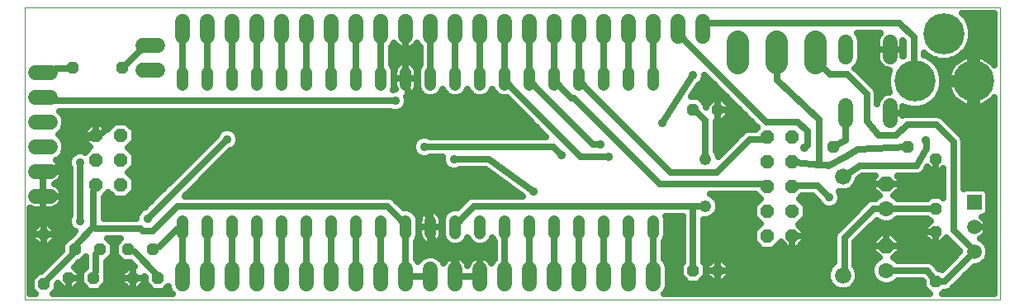
<source format=gtl>
G75*
G70*
%OFA0B0*%
%FSLAX24Y24*%
%IPPOS*%
%LPD*%
%AMOC8*
5,1,8,0,0,1.08239X$1,22.5*
%
%ADD10C,0.0000*%
%ADD11C,0.0480*%
%ADD12OC8,0.0480*%
%ADD13OC8,0.0540*%
%ADD14C,0.0600*%
%ADD15C,0.0480*%
%ADD16C,0.0660*%
%ADD17R,0.0591X0.0591*%
%ADD18C,0.0591*%
%ADD19OC8,0.0630*%
%ADD20C,0.0630*%
%ADD21C,0.0886*%
%ADD22C,0.1660*%
%ADD23C,0.0250*%
%ADD24C,0.0360*%
D10*
X001131Y001300D02*
X001131Y013111D01*
X040501Y013111D01*
X040501Y001300D01*
X001131Y001300D01*
D11*
X007525Y003985D02*
X007525Y004465D01*
X008525Y004465D02*
X008525Y003985D01*
X009525Y003985D02*
X009525Y004465D01*
X010525Y004465D02*
X010525Y003985D01*
X011525Y003985D02*
X011525Y004465D01*
X012525Y004465D02*
X012525Y003985D01*
X013525Y003985D02*
X013525Y004465D01*
X014525Y004465D02*
X014525Y003985D01*
X015525Y003985D02*
X015525Y004465D01*
X016525Y004465D02*
X016525Y003985D01*
X017525Y003985D02*
X017525Y004465D01*
X018525Y004465D02*
X018525Y003985D01*
X019525Y003985D02*
X019525Y004465D01*
X020525Y004465D02*
X020525Y003985D01*
X021525Y003985D02*
X021525Y004465D01*
X022525Y004465D02*
X022525Y003985D01*
X023525Y003985D02*
X023525Y004465D01*
X024525Y004465D02*
X024525Y003985D01*
X025525Y003985D02*
X025525Y004465D01*
X026525Y004465D02*
X026525Y003985D01*
X026525Y009985D02*
X026525Y010465D01*
X025525Y010465D02*
X025525Y009985D01*
X024525Y009985D02*
X024525Y010465D01*
X023525Y010465D02*
X023525Y009985D01*
X022525Y009985D02*
X022525Y010465D01*
X021525Y010465D02*
X021525Y009985D01*
X020525Y009985D02*
X020525Y010465D01*
X019525Y010465D02*
X019525Y009985D01*
X018525Y009985D02*
X018525Y010465D01*
X017525Y010465D02*
X017525Y009985D01*
X016525Y009985D02*
X016525Y010465D01*
X015525Y010465D02*
X015525Y009985D01*
X014525Y009985D02*
X014525Y010465D01*
X013525Y010465D02*
X013525Y009985D01*
X012525Y009985D02*
X012525Y010465D01*
X011525Y010465D02*
X011525Y009985D01*
X010525Y009985D02*
X010525Y010465D01*
X009525Y010465D02*
X009525Y009985D01*
X008525Y009985D02*
X008525Y010465D01*
X007525Y010465D02*
X007525Y009985D01*
D12*
X005075Y010675D03*
X003075Y010675D03*
X001925Y003925D03*
X003175Y003325D03*
X004175Y003325D03*
X005325Y003325D03*
X006325Y003325D03*
X006525Y002175D03*
X005525Y002175D03*
X003925Y002175D03*
X002925Y002175D03*
X001925Y001925D03*
X028125Y002475D03*
X029125Y002475D03*
X037925Y002025D03*
X037925Y004025D03*
X037925Y004975D03*
X037925Y006975D03*
X036775Y007475D03*
X033775Y007475D03*
X029125Y008975D03*
X028125Y008975D03*
D13*
X031125Y007875D03*
X032125Y007875D03*
X032125Y006875D03*
X031125Y006875D03*
X031125Y005875D03*
X032125Y005875D03*
X032125Y004875D03*
X031125Y004875D03*
X031125Y003875D03*
X032125Y003875D03*
X005025Y005925D03*
X004025Y005925D03*
X004025Y006925D03*
X005025Y006925D03*
X005025Y007925D03*
X004025Y007925D03*
D14*
X002175Y007475D02*
X001575Y007475D01*
X001575Y006475D02*
X002175Y006475D01*
X002175Y005475D02*
X001575Y005475D01*
X001575Y008475D02*
X002175Y008475D01*
X002175Y009475D02*
X001575Y009475D01*
X001575Y010475D02*
X002175Y010475D01*
X005925Y010575D02*
X006525Y010575D01*
X006525Y011575D02*
X005925Y011575D01*
X007525Y011925D02*
X007525Y012525D01*
X008525Y012525D02*
X008525Y011925D01*
X009525Y011925D02*
X009525Y012525D01*
X010525Y012525D02*
X010525Y011925D01*
X011525Y011925D02*
X011525Y012525D01*
X012525Y012525D02*
X012525Y011925D01*
X013525Y011925D02*
X013525Y012525D01*
X014525Y012525D02*
X014525Y011925D01*
X015525Y011925D02*
X015525Y012525D01*
X016525Y012525D02*
X016525Y011925D01*
X017525Y011925D02*
X017525Y012525D01*
X018525Y012525D02*
X018525Y011925D01*
X019525Y011925D02*
X019525Y012525D01*
X020525Y012525D02*
X020525Y011925D01*
X021525Y011925D02*
X021525Y012525D01*
X022525Y012525D02*
X022525Y011925D01*
X023525Y011925D02*
X023525Y012525D01*
X024525Y012525D02*
X024525Y011925D01*
X025525Y011925D02*
X025525Y012525D01*
X026525Y012525D02*
X026525Y011925D01*
X027525Y011925D02*
X027525Y012525D01*
X028525Y012525D02*
X028525Y011925D01*
X034285Y011705D02*
X034285Y011105D01*
X036065Y011105D02*
X036065Y011705D01*
X036065Y009145D02*
X036065Y008545D01*
X034285Y008545D02*
X034285Y009145D01*
X026525Y002525D02*
X026525Y001925D01*
X025525Y001925D02*
X025525Y002525D01*
X024525Y002525D02*
X024525Y001925D01*
X023525Y001925D02*
X023525Y002525D01*
X022525Y002525D02*
X022525Y001925D01*
X021525Y001925D02*
X021525Y002525D01*
X020525Y002525D02*
X020525Y001925D01*
X019525Y001925D02*
X019525Y002525D01*
X018525Y002525D02*
X018525Y001925D01*
X017525Y001925D02*
X017525Y002525D01*
X016525Y002525D02*
X016525Y001925D01*
X015525Y001925D02*
X015525Y002525D01*
X014525Y002525D02*
X014525Y001925D01*
X013525Y001925D02*
X013525Y002525D01*
X012525Y002525D02*
X012525Y001925D01*
X011525Y001925D02*
X011525Y002525D01*
X010525Y002525D02*
X010525Y001925D01*
X009525Y001925D02*
X009525Y002525D01*
X008525Y002525D02*
X008525Y001925D01*
X007525Y001925D02*
X007525Y002525D01*
D15*
X028625Y005075D03*
X028625Y006975D03*
D16*
X034175Y006275D03*
X034175Y002275D03*
D17*
X039475Y005225D03*
D18*
X039475Y004225D03*
X039475Y003225D03*
D19*
X035925Y003475D03*
X035925Y005975D03*
D20*
X035925Y004975D03*
X035925Y002475D03*
D21*
X033052Y010856D02*
X033052Y011742D01*
X031481Y011746D02*
X031481Y010860D01*
X029910Y010860D02*
X029910Y011746D01*
D22*
X037081Y010125D03*
X039444Y010125D03*
X038243Y012054D03*
D23*
X039312Y011737D02*
X040276Y011737D01*
X040276Y011985D02*
X039358Y011985D01*
X039358Y011907D02*
X039358Y012201D01*
X039282Y012484D01*
X039135Y012739D01*
X038988Y012886D01*
X040276Y012886D01*
X040276Y010773D01*
X040231Y010829D01*
X040148Y010913D01*
X040055Y010987D01*
X039955Y011050D01*
X039848Y011101D01*
X039736Y011140D01*
X039620Y011167D01*
X039569Y011173D01*
X039569Y010250D01*
X039319Y010250D01*
X039319Y011173D01*
X039267Y011167D01*
X039151Y011140D01*
X039039Y011101D01*
X038932Y011050D01*
X038832Y010987D01*
X038739Y010913D01*
X038656Y010829D01*
X038582Y010736D01*
X038519Y010636D01*
X038467Y010529D01*
X038428Y010418D01*
X038402Y010302D01*
X038396Y010250D01*
X039318Y010250D01*
X039318Y010000D01*
X038396Y010000D01*
X038402Y009948D01*
X038428Y009832D01*
X038467Y009721D01*
X038519Y009614D01*
X038582Y009514D01*
X038656Y009421D01*
X038739Y009337D01*
X038832Y009263D01*
X038932Y009200D01*
X039039Y009149D01*
X039151Y009110D01*
X039267Y009083D01*
X039319Y009077D01*
X039319Y010000D01*
X039569Y010000D01*
X039569Y009077D01*
X039620Y009083D01*
X039736Y009110D01*
X039848Y009149D01*
X039955Y009200D01*
X040055Y009263D01*
X040148Y009337D01*
X040231Y009421D01*
X040276Y009477D01*
X040276Y001525D01*
X038167Y001525D01*
X038257Y001615D01*
X038357Y001615D01*
X038507Y001677D01*
X039475Y002645D01*
X039590Y002645D01*
X039804Y002733D01*
X039967Y002896D01*
X040055Y003110D01*
X040055Y003340D01*
X039967Y003554D01*
X039804Y003717D01*
X039705Y003758D01*
X039748Y003780D01*
X039814Y003828D01*
X039872Y003886D01*
X039920Y003952D01*
X039957Y004025D01*
X039982Y004103D01*
X039995Y004184D01*
X039995Y004225D01*
X039995Y004266D01*
X039982Y004347D01*
X039957Y004425D01*
X039920Y004498D01*
X039872Y004564D01*
X039814Y004622D01*
X039782Y004645D01*
X039827Y004645D01*
X039932Y004688D01*
X040012Y004768D01*
X040055Y004873D01*
X040055Y005577D01*
X040012Y005682D01*
X039932Y005762D01*
X039827Y005805D01*
X039123Y005805D01*
X039041Y005771D01*
X039041Y007750D01*
X038979Y007901D01*
X038164Y008716D01*
X038013Y008779D01*
X037850Y008779D01*
X036850Y008779D01*
X036687Y008779D01*
X036590Y008738D01*
X036590Y008845D01*
X036590Y009121D01*
X036651Y009086D01*
X036935Y009010D01*
X037228Y009010D01*
X037512Y009086D01*
X037766Y009233D01*
X037973Y009440D01*
X038120Y009695D01*
X038196Y009978D01*
X038196Y010272D01*
X038120Y010555D01*
X037973Y010810D01*
X037766Y011017D01*
X037512Y011164D01*
X037441Y011183D01*
X037441Y011279D01*
X037558Y011162D01*
X037812Y011015D01*
X038096Y010939D01*
X038389Y010939D01*
X038673Y011015D01*
X038927Y011162D01*
X039135Y011370D01*
X039282Y011624D01*
X039358Y011907D01*
X039349Y012234D02*
X040276Y012234D01*
X040276Y012482D02*
X039282Y012482D01*
X039139Y012731D02*
X040276Y012731D01*
X037031Y011900D02*
X036456Y012475D01*
X028775Y012475D01*
X028525Y012225D01*
X027775Y011775D02*
X027525Y012225D01*
X026525Y012225D02*
X026525Y010225D01*
X025525Y010225D02*
X025525Y012225D01*
X024525Y012225D02*
X024525Y010225D01*
X023775Y009875D02*
X023525Y010225D01*
X023525Y012225D01*
X022525Y012225D02*
X022525Y010225D01*
X022775Y009875D01*
X023225Y009425D01*
X023325Y009425D01*
X026775Y005975D01*
X031075Y005975D01*
X031125Y005875D01*
X030650Y005565D02*
X030840Y005375D01*
X030570Y005105D01*
X030570Y004645D01*
X030840Y004375D01*
X030570Y004105D01*
X030570Y003645D01*
X030895Y003320D01*
X031355Y003320D01*
X031667Y003633D01*
X031920Y003380D01*
X032125Y003380D01*
X032330Y003380D01*
X032620Y003670D01*
X032620Y003875D01*
X032620Y004080D01*
X032367Y004333D01*
X032680Y004645D01*
X032680Y005105D01*
X032410Y005375D01*
X032525Y005490D01*
X032961Y005490D01*
X033189Y005262D01*
X033231Y005162D01*
X033362Y005031D01*
X033533Y004960D01*
X033717Y004960D01*
X033888Y005031D01*
X034019Y005162D01*
X034090Y005333D01*
X034090Y005517D01*
X034026Y005671D01*
X034053Y005660D01*
X034297Y005660D01*
X034523Y005754D01*
X034696Y005927D01*
X034790Y006153D01*
X034790Y006176D01*
X034957Y006290D01*
X035476Y006290D01*
X035385Y006199D01*
X035385Y005975D01*
X035925Y005975D01*
X036465Y005975D01*
X036465Y006199D01*
X036374Y006290D01*
X037105Y006290D01*
X037160Y006283D01*
X037186Y006290D01*
X037213Y006290D01*
X037264Y006311D01*
X037318Y006326D01*
X037339Y006342D01*
X037364Y006352D01*
X037403Y006392D01*
X037447Y006426D01*
X037460Y006449D01*
X037479Y006468D01*
X037500Y006519D01*
X037581Y006661D01*
X037732Y006510D01*
X037925Y006510D01*
X038118Y006510D01*
X038221Y006614D01*
X038221Y005421D01*
X038142Y005500D01*
X037708Y005500D01*
X037593Y005385D01*
X036364Y005385D01*
X036265Y005484D01*
X036217Y005503D01*
X036465Y005751D01*
X036465Y005975D01*
X035925Y005975D01*
X035925Y005975D01*
X035925Y005975D01*
X035385Y005975D01*
X035385Y005751D01*
X035633Y005503D01*
X035585Y005484D01*
X035486Y005385D01*
X035325Y005385D01*
X035174Y005323D01*
X033999Y004147D01*
X033884Y004032D01*
X033821Y003881D01*
X033821Y002791D01*
X029467Y002791D01*
X029590Y002668D02*
X029318Y002940D01*
X029125Y002940D01*
X029125Y002475D01*
X029590Y002475D01*
X029590Y002668D01*
X029590Y002542D02*
X033620Y002542D01*
X033654Y002623D02*
X033560Y002397D01*
X033560Y002153D01*
X033654Y001927D01*
X033827Y001754D01*
X034053Y001660D01*
X034297Y001660D01*
X034523Y001754D01*
X034696Y001927D01*
X034790Y002153D01*
X034790Y002397D01*
X034696Y002623D01*
X034641Y002678D01*
X034641Y003630D01*
X035531Y004520D01*
X035585Y004466D01*
X035806Y004375D01*
X036044Y004375D01*
X036265Y004466D01*
X036364Y004565D01*
X037593Y004565D01*
X037700Y004458D01*
X037460Y004218D01*
X037460Y004025D01*
X037925Y004025D01*
X037925Y003560D01*
X038118Y003560D01*
X038354Y003797D01*
X038399Y003752D01*
X038895Y003257D01*
X038895Y003225D01*
X038181Y002511D01*
X038142Y002550D01*
X038036Y002550D01*
X037933Y002683D01*
X037923Y002707D01*
X037883Y002747D01*
X037849Y002791D01*
X038461Y002791D01*
X037849Y002791D02*
X037826Y002804D01*
X037807Y002823D01*
X037755Y002844D01*
X037707Y002872D01*
X037681Y002875D01*
X037657Y002885D01*
X037601Y002885D01*
X037545Y002892D01*
X037520Y002885D01*
X036364Y002885D01*
X036265Y002984D01*
X036217Y003003D01*
X036465Y003251D01*
X036465Y003475D01*
X036465Y003699D01*
X036149Y004015D01*
X035925Y004015D01*
X035925Y003475D01*
X035925Y003475D01*
X036465Y003475D01*
X035925Y003475D01*
X035925Y003475D01*
X035925Y003475D01*
X035385Y003475D01*
X035385Y003699D01*
X035701Y004015D01*
X035925Y004015D01*
X035925Y003475D01*
X035385Y003475D01*
X035385Y003251D01*
X035633Y003003D01*
X035585Y002984D01*
X035416Y002815D01*
X035325Y002594D01*
X035325Y002356D01*
X035416Y002135D01*
X035585Y001966D01*
X035806Y001875D01*
X036044Y001875D01*
X036265Y001966D01*
X036364Y002065D01*
X037374Y002065D01*
X037400Y002032D01*
X037400Y001808D01*
X037683Y001525D01*
X026952Y001525D01*
X027021Y001594D01*
X027110Y001809D01*
X027110Y002641D01*
X027021Y002856D01*
X026935Y002942D01*
X026935Y003653D01*
X026970Y003688D01*
X027050Y003881D01*
X027050Y004569D01*
X027010Y004665D01*
X027715Y004665D01*
X027715Y002807D01*
X027600Y002692D01*
X027600Y002258D01*
X027908Y001950D01*
X028342Y001950D01*
X028650Y002258D01*
X028650Y002692D01*
X028535Y002807D01*
X028535Y004550D01*
X028729Y004550D01*
X028922Y004630D01*
X029070Y004778D01*
X029150Y004971D01*
X029150Y005179D01*
X029070Y005372D01*
X028922Y005520D01*
X028814Y005565D01*
X030650Y005565D01*
X030691Y005524D02*
X028912Y005524D01*
X029110Y005276D02*
X030741Y005276D01*
X030570Y005027D02*
X029150Y005027D01*
X029071Y004779D02*
X030570Y004779D01*
X030685Y004530D02*
X028535Y004530D01*
X028535Y004282D02*
X030747Y004282D01*
X030570Y004033D02*
X028535Y004033D01*
X028535Y003785D02*
X030570Y003785D01*
X030679Y003536D02*
X028535Y003536D01*
X028535Y003288D02*
X033821Y003288D01*
X033821Y003536D02*
X032486Y003536D01*
X032125Y003536D02*
X032125Y003536D01*
X032125Y003380D02*
X032125Y003875D01*
X032620Y003875D01*
X032125Y003875D01*
X032125Y003875D01*
X032125Y003875D01*
X032125Y003380D01*
X031764Y003536D02*
X031571Y003536D01*
X032125Y003785D02*
X032125Y003785D01*
X032620Y003785D02*
X033821Y003785D01*
X034231Y003800D02*
X034231Y002431D01*
X034175Y002275D01*
X033560Y002294D02*
X029590Y002294D01*
X029590Y002282D02*
X029590Y002475D01*
X029125Y002475D01*
X029125Y002475D01*
X029125Y002475D01*
X029125Y002010D01*
X029318Y002010D01*
X029590Y002282D01*
X029353Y002045D02*
X033604Y002045D01*
X033783Y001797D02*
X027105Y001797D01*
X027110Y002045D02*
X027812Y002045D01*
X027600Y002294D02*
X027110Y002294D01*
X027110Y002542D02*
X027600Y002542D01*
X028125Y002475D02*
X028125Y005075D01*
X028625Y005075D01*
X028125Y005075D02*
X019275Y005075D01*
X018775Y004575D01*
X018525Y004225D01*
X018000Y004282D02*
X017990Y004282D01*
X017990Y004225D02*
X017525Y004225D01*
X017425Y004725D01*
X016625Y005525D01*
X016625Y008525D01*
X004775Y008525D01*
X004275Y008025D01*
X004025Y007925D01*
X003775Y007825D01*
X003625Y007825D01*
X002425Y006625D01*
X001875Y006475D01*
X002700Y006475D01*
X002700Y006516D01*
X002687Y006598D01*
X002662Y006677D01*
X002624Y006750D01*
X002575Y006817D01*
X002517Y006875D01*
X002450Y006924D01*
X002416Y006942D01*
X002506Y006979D01*
X002671Y007144D01*
X002760Y007359D01*
X002760Y007591D01*
X002671Y007806D01*
X002506Y007971D01*
X002497Y007975D01*
X002506Y007979D01*
X002671Y008144D01*
X002760Y008359D01*
X002760Y008591D01*
X002671Y008806D01*
X002562Y008915D01*
X015900Y008915D01*
X016033Y008860D01*
X016217Y008860D01*
X016388Y008931D01*
X016519Y009062D01*
X016590Y009233D01*
X016590Y009417D01*
X016548Y009520D01*
X016562Y009520D01*
X016634Y009531D01*
X016703Y009554D01*
X016769Y009587D01*
X016828Y009630D01*
X016880Y009682D01*
X016923Y009741D01*
X016956Y009807D01*
X016979Y009876D01*
X016990Y009948D01*
X016990Y010225D01*
X016990Y010502D01*
X016979Y010574D01*
X016956Y010643D01*
X016923Y010709D01*
X016880Y010768D01*
X016828Y010820D01*
X016769Y010863D01*
X016703Y010896D01*
X016634Y010919D01*
X016562Y010930D01*
X016525Y010930D01*
X016525Y010225D01*
X016625Y009725D01*
X016625Y008525D01*
X016461Y009003D02*
X021067Y009003D01*
X021315Y008755D02*
X002692Y008755D01*
X002760Y008506D02*
X021564Y008506D01*
X021812Y008258D02*
X005477Y008258D01*
X005580Y008155D02*
X005255Y008480D01*
X004795Y008480D01*
X004483Y008167D01*
X004230Y008420D01*
X004025Y008420D01*
X004025Y007925D01*
X004025Y007925D01*
X004025Y007925D01*
X003530Y007925D01*
X003530Y008130D01*
X003820Y008420D01*
X004025Y008420D01*
X004025Y007925D01*
X003530Y007925D01*
X003530Y007720D01*
X003783Y007467D01*
X003565Y007250D01*
X003467Y007290D01*
X003283Y007290D01*
X003112Y007219D01*
X002981Y007088D01*
X002910Y006917D01*
X002910Y006733D01*
X002965Y006600D01*
X002965Y004700D01*
X002910Y004567D01*
X002910Y004383D01*
X002981Y004212D01*
X003112Y004081D01*
X003175Y004055D01*
X003041Y003921D01*
X003039Y003920D01*
X002983Y003863D01*
X002970Y003850D01*
X002958Y003850D01*
X002650Y003542D01*
X002650Y003280D01*
X001822Y002451D01*
X001819Y002450D01*
X001708Y002450D01*
X001400Y002142D01*
X001400Y001708D01*
X001583Y001525D01*
X001356Y001525D01*
X001356Y004997D01*
X001373Y004988D01*
X001452Y004963D01*
X001534Y004950D01*
X001875Y004950D01*
X002216Y004950D01*
X002298Y004963D01*
X002377Y004988D01*
X002450Y005026D01*
X002517Y005075D01*
X002575Y005133D01*
X002624Y005200D01*
X002662Y005273D01*
X002687Y005352D01*
X002700Y005434D01*
X002700Y005475D01*
X002700Y005516D01*
X002687Y005598D01*
X002662Y005677D01*
X002624Y005750D01*
X002575Y005817D01*
X002517Y005875D01*
X002450Y005924D01*
X002377Y005962D01*
X002335Y005975D01*
X002377Y005988D01*
X002450Y006026D01*
X002517Y006075D01*
X002575Y006133D01*
X002624Y006200D01*
X002662Y006273D01*
X002687Y006352D01*
X002700Y006434D01*
X002700Y006475D01*
X001875Y006475D01*
X001875Y006475D01*
X001875Y006000D01*
X001875Y005475D01*
X002700Y005475D01*
X001875Y005475D01*
X001875Y005475D01*
X001875Y005475D01*
X001875Y004950D01*
X001875Y005475D01*
X001875Y005475D01*
X001875Y006475D01*
X001875Y006475D01*
X001875Y006270D02*
X001875Y006270D01*
X001875Y006021D02*
X001875Y006021D01*
X002441Y006021D02*
X002965Y006021D01*
X002965Y005773D02*
X002608Y005773D01*
X002699Y005524D02*
X002965Y005524D01*
X002965Y005276D02*
X002662Y005276D01*
X002452Y005027D02*
X002965Y005027D01*
X002965Y004779D02*
X001356Y004779D01*
X001356Y004530D02*
X002910Y004530D01*
X002952Y004282D02*
X002226Y004282D01*
X002118Y004390D02*
X001925Y004390D01*
X001925Y003925D01*
X001925Y003925D01*
X002390Y003925D01*
X002390Y004118D01*
X002118Y004390D01*
X001925Y004390D02*
X001732Y004390D01*
X001460Y004118D01*
X001460Y003925D01*
X001925Y003925D01*
X001925Y003925D01*
X001925Y003925D01*
X001925Y004390D01*
X001925Y004282D02*
X001925Y004282D01*
X001624Y004282D02*
X001356Y004282D01*
X001356Y004033D02*
X001460Y004033D01*
X001460Y003925D02*
X001460Y003732D01*
X001732Y003460D01*
X001925Y003460D01*
X002118Y003460D01*
X002390Y003732D01*
X002390Y003925D01*
X001925Y003925D01*
X001925Y003460D01*
X001925Y003925D01*
X001925Y003925D01*
X001460Y003925D01*
X001460Y003785D02*
X001356Y003785D01*
X001925Y003785D02*
X001925Y003785D01*
X002390Y003785D02*
X002892Y003785D01*
X003275Y003575D02*
X003175Y003325D01*
X003075Y003125D01*
X002075Y002125D01*
X001925Y001925D01*
X002450Y001920D02*
X002450Y001708D01*
X002267Y001525D01*
X007098Y001525D01*
X007029Y001594D01*
X006940Y001809D01*
X006940Y001848D01*
X006742Y001650D01*
X006308Y001650D01*
X006000Y001958D01*
X006000Y002220D01*
X005990Y002230D01*
X005990Y002175D01*
X005525Y002175D01*
X005525Y002175D01*
X005525Y002175D01*
X005525Y002640D01*
X005580Y002640D01*
X005420Y002800D01*
X005108Y002800D01*
X004800Y003108D01*
X004800Y003542D01*
X005023Y003765D01*
X004477Y003765D01*
X004700Y003542D01*
X004700Y003108D01*
X004435Y002843D01*
X004435Y002427D01*
X004435Y002407D01*
X004450Y002392D01*
X004450Y001958D01*
X004142Y001650D01*
X003708Y001650D01*
X003400Y001958D01*
X003400Y002392D01*
X003615Y002607D01*
X003615Y003023D01*
X003392Y002800D01*
X003330Y002800D01*
X003144Y002614D01*
X003390Y002368D01*
X003390Y002175D01*
X002925Y002175D01*
X002925Y002175D01*
X003390Y002175D01*
X003390Y001982D01*
X003118Y001710D01*
X002925Y001710D01*
X002925Y002175D01*
X002925Y002175D01*
X002925Y001710D01*
X002732Y001710D01*
X002486Y001956D01*
X002450Y001920D01*
X002450Y001797D02*
X002646Y001797D01*
X002925Y001797D02*
X002925Y001797D01*
X003204Y001797D02*
X003561Y001797D01*
X003400Y002045D02*
X003390Y002045D01*
X002925Y002045D02*
X002925Y002045D01*
X003390Y002294D02*
X003400Y002294D01*
X003550Y002542D02*
X003215Y002542D01*
X003321Y002791D02*
X003615Y002791D01*
X004025Y003125D02*
X004025Y002425D01*
X003925Y002175D01*
X004450Y002294D02*
X005060Y002294D01*
X005060Y002368D02*
X005060Y002175D01*
X005525Y002175D01*
X005990Y002175D01*
X005990Y001982D01*
X005718Y001710D01*
X005525Y001710D01*
X005525Y002175D01*
X005525Y002175D01*
X005525Y002175D01*
X005525Y002640D01*
X005332Y002640D01*
X005060Y002368D01*
X005060Y002175D02*
X005060Y001982D01*
X005332Y001710D01*
X005525Y001710D01*
X005525Y002175D01*
X005060Y002175D01*
X005060Y002045D02*
X004450Y002045D01*
X004289Y001797D02*
X005246Y001797D01*
X005525Y001797D02*
X005525Y001797D01*
X005804Y001797D02*
X006161Y001797D01*
X006000Y002045D02*
X005990Y002045D01*
X005525Y002045D02*
X005525Y002045D01*
X005525Y002294D02*
X005525Y002294D01*
X005525Y002542D02*
X005525Y002542D01*
X005235Y002542D02*
X004435Y002542D01*
X004435Y002791D02*
X005429Y002791D01*
X004868Y003039D02*
X004632Y003039D01*
X004175Y003325D02*
X004025Y003125D01*
X004700Y003288D02*
X004800Y003288D01*
X004800Y003536D02*
X004700Y003536D01*
X005325Y003325D02*
X005575Y003225D01*
X006425Y002375D01*
X006525Y002175D01*
X007525Y002225D02*
X007525Y004225D01*
X007275Y004125D01*
X006575Y003425D01*
X006325Y003325D01*
X006325Y004075D02*
X005925Y004075D01*
X005825Y004175D01*
X004025Y004175D01*
X003925Y004225D01*
X003275Y003575D01*
X002650Y003536D02*
X002194Y003536D01*
X001925Y003536D02*
X001925Y003536D01*
X001656Y003536D02*
X001356Y003536D01*
X001356Y003288D02*
X002650Y003288D01*
X002409Y003039D02*
X001356Y003039D01*
X001356Y002791D02*
X002161Y002791D01*
X001912Y002542D02*
X001356Y002542D01*
X001356Y002294D02*
X001551Y002294D01*
X001400Y002045D02*
X001356Y002045D01*
X001356Y001797D02*
X001400Y001797D01*
X001356Y001548D02*
X001559Y001548D01*
X002291Y001548D02*
X007074Y001548D01*
X006945Y001797D02*
X006889Y001797D01*
X008525Y002225D02*
X008525Y004225D01*
X009525Y004225D02*
X009525Y002225D01*
X010525Y002225D02*
X010525Y004225D01*
X011525Y004225D02*
X011525Y002225D01*
X012525Y002225D02*
X012525Y004225D01*
X013525Y004225D02*
X013525Y002225D01*
X014525Y002225D02*
X014525Y004225D01*
X015525Y004225D02*
X015525Y002225D01*
X016525Y002225D02*
X017525Y002225D01*
X016525Y002225D02*
X016525Y004225D01*
X016275Y004575D01*
X015775Y005075D01*
X007325Y005075D01*
X006325Y004075D01*
X006125Y004575D02*
X009325Y007775D01*
X009790Y007761D02*
X016903Y007761D01*
X016881Y007738D02*
X016810Y007567D01*
X016810Y007383D01*
X016881Y007212D01*
X017012Y007081D01*
X017183Y007010D01*
X017367Y007010D01*
X017500Y007065D01*
X018010Y007065D01*
X018010Y006883D01*
X018081Y006712D01*
X018212Y006581D01*
X018383Y006510D01*
X018567Y006510D01*
X018700Y006565D01*
X019742Y006565D01*
X021238Y005485D01*
X019193Y005485D01*
X019043Y005423D01*
X018927Y005307D01*
X018610Y004990D01*
X018421Y004990D01*
X018228Y004910D01*
X018080Y004762D01*
X018000Y004569D01*
X018000Y003881D01*
X018080Y003688D01*
X018228Y003540D01*
X018421Y003460D01*
X018629Y003460D01*
X018822Y003540D01*
X018970Y003688D01*
X019025Y003820D01*
X019080Y003688D01*
X019228Y003540D01*
X019421Y003460D01*
X019629Y003460D01*
X019822Y003540D01*
X019970Y003688D01*
X020025Y003820D01*
X020080Y003688D01*
X020115Y003653D01*
X020115Y002942D01*
X020029Y002856D01*
X019992Y002766D01*
X019974Y002800D01*
X019925Y002867D01*
X019867Y002925D01*
X019800Y002974D01*
X019727Y003012D01*
X019648Y003037D01*
X019566Y003050D01*
X019525Y003050D01*
X019525Y002225D01*
X019525Y002225D01*
X019525Y002225D01*
X018525Y002225D01*
X018575Y002775D01*
X017625Y003725D01*
X017525Y004225D01*
X017525Y004225D01*
X017525Y004225D01*
X017525Y004930D01*
X017562Y004930D01*
X017634Y004919D01*
X017703Y004896D01*
X017769Y004863D01*
X017828Y004820D01*
X017880Y004768D01*
X017923Y004709D01*
X017956Y004643D01*
X017979Y004574D01*
X017990Y004502D01*
X017990Y004225D01*
X017525Y004225D01*
X017525Y003520D01*
X017562Y003520D01*
X017634Y003531D01*
X017703Y003554D01*
X017769Y003587D01*
X017828Y003630D01*
X017880Y003682D01*
X017923Y003741D01*
X017956Y003807D01*
X017979Y003876D01*
X017990Y003948D01*
X017990Y004225D01*
X017990Y004033D02*
X018000Y004033D01*
X018040Y003785D02*
X017945Y003785D01*
X017525Y003785D02*
X017525Y003785D01*
X017416Y003531D02*
X017347Y003554D01*
X017281Y003587D01*
X017222Y003630D01*
X017170Y003682D01*
X017127Y003741D01*
X017094Y003807D01*
X017071Y003876D01*
X017060Y003948D01*
X017060Y004225D01*
X017525Y004225D01*
X017525Y004225D01*
X017525Y004225D01*
X017525Y004930D01*
X017488Y004930D01*
X017416Y004919D01*
X017347Y004896D01*
X017281Y004863D01*
X017222Y004820D01*
X017170Y004768D01*
X017127Y004709D01*
X017094Y004643D01*
X017071Y004574D01*
X017060Y004502D01*
X017060Y004225D01*
X017525Y004225D01*
X017525Y003520D01*
X017488Y003520D01*
X017416Y003531D01*
X017401Y003536D02*
X016935Y003536D01*
X016935Y003653D02*
X016970Y003688D01*
X017050Y003881D01*
X017050Y004569D01*
X016970Y004762D01*
X016822Y004910D01*
X016629Y004990D01*
X016440Y004990D01*
X016007Y005423D01*
X015857Y005485D01*
X007615Y005485D01*
X009456Y007326D01*
X009588Y007381D01*
X009719Y007512D01*
X009790Y007683D01*
X009790Y007867D01*
X009719Y008038D01*
X009588Y008169D01*
X009417Y008240D01*
X009233Y008240D01*
X009062Y008169D01*
X008931Y008038D01*
X008876Y007906D01*
X005994Y005024D01*
X005862Y004969D01*
X005731Y004838D01*
X005660Y004667D01*
X005660Y004585D01*
X004335Y004585D01*
X004335Y005450D01*
X004525Y005640D01*
X004795Y005370D01*
X005255Y005370D01*
X005580Y005695D01*
X005580Y006155D01*
X005310Y006425D01*
X005580Y006695D01*
X005580Y007155D01*
X005310Y007425D01*
X005580Y007695D01*
X005580Y008155D01*
X005580Y008009D02*
X008919Y008009D01*
X008731Y007761D02*
X005580Y007761D01*
X005397Y007512D02*
X008482Y007512D01*
X008234Y007264D02*
X005471Y007264D01*
X005580Y007015D02*
X007985Y007015D01*
X007737Y006767D02*
X005580Y006767D01*
X005403Y006518D02*
X007488Y006518D01*
X007240Y006270D02*
X005465Y006270D01*
X005580Y006021D02*
X006991Y006021D01*
X006743Y005773D02*
X005580Y005773D01*
X005409Y005524D02*
X006494Y005524D01*
X006246Y005276D02*
X004335Y005276D01*
X004409Y005524D02*
X004641Y005524D01*
X003925Y005675D02*
X004025Y005925D01*
X003925Y005675D02*
X003925Y004225D01*
X003375Y004475D02*
X003375Y006825D01*
X002951Y007015D02*
X002543Y007015D01*
X002612Y006767D02*
X002910Y006767D01*
X002965Y006518D02*
X002700Y006518D01*
X002660Y006270D02*
X002965Y006270D01*
X001875Y005773D02*
X001875Y005773D01*
X001875Y005524D02*
X001875Y005524D01*
X001875Y005276D02*
X001875Y005276D01*
X001875Y005027D02*
X001875Y005027D01*
X004335Y005027D02*
X005997Y005027D01*
X005706Y004779D02*
X004335Y004779D01*
X003153Y004033D02*
X002390Y004033D01*
X001925Y004033D02*
X001925Y004033D01*
X007654Y005524D02*
X021183Y005524D01*
X021675Y005675D02*
X019875Y006975D01*
X018475Y006975D01*
X018010Y007015D02*
X017380Y007015D01*
X017170Y007015D02*
X009145Y007015D01*
X008897Y006767D02*
X018058Y006767D01*
X018362Y006518D02*
X008648Y006518D01*
X008400Y006270D02*
X020151Y006270D01*
X019807Y006518D02*
X018588Y006518D01*
X020495Y006021D02*
X008151Y006021D01*
X007903Y005773D02*
X020839Y005773D01*
X018896Y005276D02*
X016154Y005276D01*
X016403Y005027D02*
X018647Y005027D01*
X018096Y004779D02*
X017869Y004779D01*
X017525Y004779D02*
X017525Y004779D01*
X017181Y004779D02*
X016954Y004779D01*
X017050Y004530D02*
X017065Y004530D01*
X017050Y004282D02*
X017060Y004282D01*
X017525Y004282D02*
X017525Y004282D01*
X017525Y004530D02*
X017525Y004530D01*
X017985Y004530D02*
X018000Y004530D01*
X017525Y004033D02*
X017525Y004033D01*
X017060Y004033D02*
X017050Y004033D01*
X017010Y003785D02*
X017105Y003785D01*
X016935Y003653D02*
X016935Y002942D01*
X017021Y002856D01*
X017025Y002847D01*
X017029Y002856D01*
X017194Y003021D01*
X017409Y003110D01*
X017641Y003110D01*
X017856Y003021D01*
X018021Y002856D01*
X018058Y002766D01*
X018076Y002800D01*
X018125Y002867D01*
X018183Y002925D01*
X018250Y002974D01*
X018323Y003012D01*
X018402Y003037D01*
X018484Y003050D01*
X018525Y003050D01*
X018525Y002225D01*
X018525Y002225D01*
X018525Y002225D01*
X019000Y002225D01*
X019525Y002225D01*
X019525Y003050D01*
X019484Y003050D01*
X019402Y003037D01*
X019323Y003012D01*
X019250Y002974D01*
X019183Y002925D01*
X019125Y002867D01*
X019076Y002800D01*
X019038Y002727D01*
X019025Y002685D01*
X019012Y002727D01*
X018974Y002800D01*
X018925Y002867D01*
X018867Y002925D01*
X018800Y002974D01*
X018727Y003012D01*
X018648Y003037D01*
X018566Y003050D01*
X018525Y003050D01*
X018525Y002225D01*
X018525Y002294D02*
X018525Y002294D01*
X018525Y002542D02*
X018525Y002542D01*
X018525Y002791D02*
X018525Y002791D01*
X018071Y002791D02*
X018048Y002791D01*
X017812Y003039D02*
X018416Y003039D01*
X018525Y003039D02*
X018525Y003039D01*
X018634Y003039D02*
X019416Y003039D01*
X019525Y003039D02*
X019525Y003039D01*
X019634Y003039D02*
X020115Y003039D01*
X020115Y003288D02*
X016935Y003288D01*
X017525Y003536D02*
X017525Y003536D01*
X017649Y003536D02*
X018236Y003536D01*
X018814Y003536D02*
X019236Y003536D01*
X019040Y003785D02*
X019010Y003785D01*
X019814Y003536D02*
X020115Y003536D01*
X020040Y003785D02*
X020010Y003785D01*
X020525Y004225D02*
X020525Y002225D01*
X019525Y002294D02*
X019525Y002294D01*
X019525Y002542D02*
X019525Y002542D01*
X019525Y002791D02*
X019525Y002791D01*
X019071Y002791D02*
X018979Y002791D01*
X019979Y002791D02*
X020002Y002791D01*
X021525Y002225D02*
X021525Y004225D01*
X022525Y004225D02*
X022525Y002225D01*
X023525Y002225D02*
X023525Y004225D01*
X024525Y004225D02*
X024525Y002225D01*
X025525Y002225D02*
X025525Y004225D01*
X026525Y004225D02*
X026525Y002225D01*
X027048Y002791D02*
X027698Y002791D01*
X027715Y003039D02*
X026935Y003039D01*
X026935Y003288D02*
X027715Y003288D01*
X027715Y003536D02*
X026935Y003536D01*
X027010Y003785D02*
X027715Y003785D01*
X027715Y004033D02*
X027050Y004033D01*
X027050Y004282D02*
X027715Y004282D01*
X027715Y004530D02*
X027050Y004530D01*
X028535Y003039D02*
X033821Y003039D01*
X033821Y002791D02*
X033654Y002623D01*
X034641Y002791D02*
X035406Y002791D01*
X035325Y002542D02*
X034730Y002542D01*
X034790Y002294D02*
X035351Y002294D01*
X035925Y002475D02*
X037575Y002475D01*
X037925Y002025D01*
X038275Y002025D01*
X039475Y003225D01*
X039475Y003256D01*
X038631Y004100D01*
X038631Y007669D01*
X037931Y008369D01*
X036769Y008369D01*
X036325Y007925D01*
X035606Y007925D01*
X035131Y008500D01*
X035131Y009600D01*
X034331Y010400D01*
X033631Y010400D01*
X033031Y011000D01*
X033031Y011279D01*
X033052Y011299D01*
X031481Y011303D02*
X031525Y010625D01*
X031525Y010175D01*
X033225Y008575D01*
X033225Y006725D01*
X032275Y006825D01*
X032125Y006875D01*
X033225Y006725D02*
X033656Y006725D01*
X033581Y006700D01*
X034275Y007075D01*
X034775Y007375D01*
X036775Y007475D01*
X037531Y007400D02*
X037531Y007619D01*
X037525Y007725D01*
X037531Y007400D02*
X037131Y006700D01*
X034831Y006700D01*
X034206Y006275D01*
X034175Y006275D01*
X034736Y006021D02*
X035385Y006021D01*
X035385Y005773D02*
X034543Y005773D01*
X034087Y005524D02*
X035612Y005524D01*
X036238Y005524D02*
X038221Y005524D01*
X038221Y005773D02*
X036465Y005773D01*
X036465Y006021D02*
X038221Y006021D01*
X038221Y006270D02*
X036394Y006270D01*
X035456Y006270D02*
X034928Y006270D01*
X033606Y005425D02*
X033131Y005900D01*
X032150Y005900D01*
X032125Y005875D01*
X032509Y005276D02*
X033175Y005276D01*
X033606Y005425D02*
X033625Y005425D01*
X034067Y005276D02*
X035127Y005276D01*
X034879Y005027D02*
X033880Y005027D01*
X033370Y005027D02*
X032680Y005027D01*
X032680Y004779D02*
X034630Y004779D01*
X034382Y004530D02*
X032565Y004530D01*
X032418Y004282D02*
X034133Y004282D01*
X033885Y004033D02*
X032620Y004033D01*
X034231Y003800D02*
X035406Y004975D01*
X035925Y004975D01*
X037925Y004975D01*
X037627Y004530D02*
X036329Y004530D01*
X035293Y004282D02*
X037524Y004282D01*
X037460Y004033D02*
X035045Y004033D01*
X034796Y003785D02*
X035471Y003785D01*
X035925Y003785D02*
X035925Y003785D01*
X036379Y003785D02*
X037508Y003785D01*
X037460Y003832D02*
X037732Y003560D01*
X037925Y003560D01*
X037925Y004025D01*
X037925Y004025D01*
X037925Y004025D01*
X037460Y004025D01*
X037460Y003832D01*
X037925Y003785D02*
X037925Y003785D01*
X038342Y003785D02*
X038366Y003785D01*
X038615Y003536D02*
X036465Y003536D01*
X036465Y003288D02*
X038863Y003288D01*
X038709Y003039D02*
X036253Y003039D01*
X035597Y003039D02*
X034641Y003039D01*
X034641Y003288D02*
X035385Y003288D01*
X035385Y003536D02*
X034641Y003536D01*
X035925Y003536D02*
X035925Y003536D01*
X038150Y002542D02*
X038212Y002542D01*
X039124Y002294D02*
X040276Y002294D01*
X040276Y002542D02*
X039372Y002542D01*
X039861Y002791D02*
X040276Y002791D01*
X040276Y003039D02*
X040026Y003039D01*
X040055Y003288D02*
X040276Y003288D01*
X040276Y003536D02*
X039974Y003536D01*
X039754Y003785D02*
X040276Y003785D01*
X040276Y004033D02*
X039960Y004033D01*
X039995Y004225D02*
X039475Y004225D01*
X039995Y004225D01*
X039993Y004282D02*
X040276Y004282D01*
X040276Y004530D02*
X039896Y004530D01*
X040016Y004779D02*
X040276Y004779D01*
X040276Y005027D02*
X040055Y005027D01*
X040055Y005276D02*
X040276Y005276D01*
X040276Y005524D02*
X040055Y005524D01*
X039905Y005773D02*
X040276Y005773D01*
X040276Y006021D02*
X039041Y006021D01*
X039041Y005773D02*
X039045Y005773D01*
X039041Y006270D02*
X040276Y006270D01*
X040276Y006518D02*
X039041Y006518D01*
X039041Y006767D02*
X040276Y006767D01*
X040276Y007015D02*
X039041Y007015D01*
X039041Y007264D02*
X040276Y007264D01*
X040276Y007512D02*
X039041Y007512D01*
X039037Y007761D02*
X040276Y007761D01*
X040276Y008009D02*
X038871Y008009D01*
X038622Y008258D02*
X040276Y008258D01*
X040276Y008506D02*
X038374Y008506D01*
X038071Y008755D02*
X040276Y008755D01*
X040276Y009003D02*
X036590Y009003D01*
X036590Y008845D02*
X036065Y008845D01*
X036065Y008845D01*
X036590Y008845D01*
X036590Y008755D02*
X036629Y008755D01*
X035541Y009195D02*
X035541Y009681D01*
X035479Y009832D01*
X034679Y010632D01*
X034659Y010652D01*
X034781Y010774D01*
X034870Y010989D01*
X034870Y011821D01*
X034781Y012036D01*
X034752Y012065D01*
X035683Y012065D01*
X035665Y012047D01*
X035616Y011980D01*
X035578Y011907D01*
X035553Y011828D01*
X035540Y011746D01*
X035540Y011405D01*
X036065Y011405D01*
X036590Y011405D01*
X036590Y011746D01*
X036587Y011764D01*
X036621Y011730D01*
X036621Y011147D01*
X036590Y011129D01*
X036590Y011405D01*
X036065Y011405D01*
X036065Y011405D01*
X036065Y011405D01*
X035540Y011405D01*
X035540Y011064D01*
X035553Y010982D01*
X035578Y010903D01*
X035616Y010830D01*
X035665Y010763D01*
X035723Y010705D01*
X035790Y010656D01*
X035863Y010618D01*
X035942Y010593D01*
X036024Y010580D01*
X036057Y010580D01*
X036042Y010555D01*
X035966Y010272D01*
X035966Y009978D01*
X036042Y009695D01*
X036057Y009670D01*
X036024Y009670D01*
X035942Y009657D01*
X035863Y009632D01*
X035790Y009594D01*
X035723Y009545D01*
X035665Y009487D01*
X035616Y009420D01*
X035578Y009347D01*
X035553Y009268D01*
X035541Y009195D01*
X035541Y009252D02*
X035550Y009252D01*
X035541Y009500D02*
X035678Y009500D01*
X035513Y009749D02*
X036028Y009749D01*
X035966Y009997D02*
X035314Y009997D01*
X035065Y010246D02*
X035966Y010246D01*
X036026Y010494D02*
X034817Y010494D01*
X034750Y010743D02*
X035685Y010743D01*
X035551Y010991D02*
X034870Y010991D01*
X034870Y011240D02*
X035540Y011240D01*
X035540Y011488D02*
X034870Y011488D01*
X034870Y011737D02*
X035540Y011737D01*
X035620Y011985D02*
X034802Y011985D01*
X036590Y011737D02*
X036614Y011737D01*
X037031Y011900D02*
X037031Y010175D01*
X037081Y010125D01*
X038137Y010494D02*
X038455Y010494D01*
X038196Y010246D02*
X039318Y010246D01*
X039319Y010494D02*
X039569Y010494D01*
X039569Y010743D02*
X039319Y010743D01*
X038587Y010743D02*
X038012Y010743D01*
X037901Y010991D02*
X037792Y010991D01*
X037480Y011240D02*
X037441Y011240D01*
X036621Y011240D02*
X036590Y011240D01*
X036590Y011488D02*
X036621Y011488D01*
X038584Y010991D02*
X038839Y010991D01*
X039319Y010991D02*
X039569Y010991D01*
X040048Y010991D02*
X040276Y010991D01*
X040276Y011240D02*
X039005Y011240D01*
X039203Y011488D02*
X040276Y011488D01*
X039569Y009997D02*
X039319Y009997D01*
X039319Y009749D02*
X039569Y009749D01*
X039569Y009500D02*
X039319Y009500D01*
X039319Y009252D02*
X039569Y009252D01*
X040037Y009252D02*
X040276Y009252D01*
X038850Y009252D02*
X037785Y009252D01*
X038008Y009500D02*
X038592Y009500D01*
X038457Y009749D02*
X038135Y009749D01*
X038196Y009997D02*
X038396Y009997D01*
X034285Y008845D02*
X034275Y008475D01*
X034275Y007725D01*
X033775Y007475D01*
X032731Y007531D02*
X032625Y007425D01*
X032731Y007531D02*
X032731Y008100D01*
X032356Y008475D01*
X031075Y008475D01*
X027775Y011775D01*
X028125Y010375D02*
X026875Y008425D01*
X028125Y008975D02*
X028225Y008925D01*
X028625Y008525D01*
X028625Y006975D01*
X029035Y007307D02*
X029035Y008510D01*
X029125Y008510D01*
X029318Y008510D01*
X029590Y008782D01*
X029590Y008975D01*
X029590Y009168D01*
X029318Y009440D01*
X029125Y009440D01*
X029125Y008975D01*
X029125Y008975D01*
X029590Y008975D01*
X029125Y008975D01*
X029125Y008975D01*
X029125Y009440D01*
X028932Y009440D01*
X028660Y009168D01*
X028660Y009070D01*
X028650Y009080D01*
X028650Y009192D01*
X028342Y009500D01*
X028051Y009500D01*
X028349Y009964D01*
X028388Y009981D01*
X028519Y010112D01*
X028590Y010283D01*
X028590Y010380D01*
X030718Y008253D01*
X030650Y008185D01*
X030343Y008185D01*
X030193Y008123D01*
X029150Y007080D01*
X029070Y007272D01*
X029035Y007307D01*
X029074Y007264D02*
X029334Y007264D01*
X029582Y007512D02*
X029035Y007512D01*
X029035Y007761D02*
X029831Y007761D01*
X030079Y008009D02*
X029035Y008009D01*
X029035Y008258D02*
X030712Y008258D01*
X030464Y008506D02*
X029035Y008506D01*
X029125Y008510D02*
X029125Y008975D01*
X029125Y008510D01*
X029125Y008755D02*
X029125Y008755D01*
X029562Y008755D02*
X030215Y008755D01*
X029967Y009003D02*
X029590Y009003D01*
X029506Y009252D02*
X029718Y009252D01*
X029470Y009500D02*
X028051Y009500D01*
X028591Y009252D02*
X028744Y009252D01*
X029125Y009252D02*
X029125Y009252D01*
X029125Y009003D02*
X029125Y009003D01*
X029125Y008975D02*
X029125Y008975D01*
X029221Y009749D02*
X028211Y009749D01*
X028405Y009997D02*
X028973Y009997D01*
X028724Y010246D02*
X028575Y010246D01*
X027225Y006425D02*
X023775Y009875D01*
X021775Y009875D02*
X021525Y010225D01*
X021525Y012225D01*
X020525Y012225D02*
X020525Y010225D01*
X020775Y009875D01*
X023575Y007075D01*
X024725Y007075D01*
X024375Y007575D02*
X024075Y007575D01*
X021775Y009875D01*
X020610Y009460D02*
X020421Y009460D01*
X020228Y009540D01*
X020080Y009688D01*
X020025Y009820D01*
X019970Y009688D01*
X019822Y009540D01*
X019629Y009460D01*
X019421Y009460D01*
X019228Y009540D01*
X019080Y009688D01*
X019025Y009820D01*
X018970Y009688D01*
X018822Y009540D01*
X018629Y009460D01*
X018421Y009460D01*
X018228Y009540D01*
X018080Y009688D01*
X018025Y009820D01*
X017970Y009688D01*
X017822Y009540D01*
X017629Y009460D01*
X017421Y009460D01*
X017228Y009540D01*
X017080Y009688D01*
X017000Y009881D01*
X017000Y010569D01*
X017080Y010762D01*
X017115Y010797D01*
X017115Y011508D01*
X017029Y011594D01*
X016992Y011684D01*
X016974Y011650D01*
X016925Y011583D01*
X016867Y011525D01*
X016800Y011476D01*
X016727Y011438D01*
X016648Y011413D01*
X016566Y011400D01*
X016525Y011400D01*
X016525Y012225D01*
X016525Y010225D01*
X016990Y010225D01*
X016525Y010225D01*
X016525Y010225D01*
X016525Y010225D01*
X016525Y010225D01*
X016060Y010225D01*
X016060Y010502D01*
X016071Y010574D01*
X016094Y010643D01*
X016127Y010709D01*
X016170Y010768D01*
X016222Y010820D01*
X016281Y010863D01*
X016347Y010896D01*
X016416Y010919D01*
X016488Y010930D01*
X016525Y010930D01*
X016525Y010225D01*
X016060Y010225D01*
X016060Y009948D01*
X016071Y009876D01*
X016094Y009807D01*
X016102Y009790D01*
X016033Y009790D01*
X016008Y009780D01*
X016050Y009881D01*
X016050Y010569D01*
X015970Y010762D01*
X015935Y010797D01*
X015935Y011508D01*
X016021Y011594D01*
X016058Y011684D01*
X016076Y011650D01*
X016125Y011583D01*
X016183Y011525D01*
X016250Y011476D01*
X016323Y011438D01*
X016402Y011413D01*
X016484Y011400D01*
X016525Y011400D01*
X016525Y012225D01*
X016525Y012225D01*
X016525Y011985D02*
X016525Y011985D01*
X016525Y011737D02*
X016525Y011737D01*
X016525Y011488D02*
X016525Y011488D01*
X016817Y011488D02*
X017115Y011488D01*
X017115Y011240D02*
X015935Y011240D01*
X015935Y011488D02*
X016233Y011488D01*
X015935Y010991D02*
X017115Y010991D01*
X017072Y010743D02*
X016898Y010743D01*
X016525Y010743D02*
X016525Y010743D01*
X016152Y010743D02*
X015978Y010743D01*
X016050Y010494D02*
X016060Y010494D01*
X016050Y010246D02*
X016060Y010246D01*
X016525Y010246D02*
X016525Y010246D01*
X016525Y010494D02*
X016525Y010494D01*
X016990Y010494D02*
X017000Y010494D01*
X016990Y010246D02*
X017000Y010246D01*
X017525Y010225D02*
X017525Y012225D01*
X018525Y012225D02*
X018525Y010225D01*
X019525Y010225D02*
X019525Y012225D01*
X015525Y012225D02*
X015525Y010225D01*
X016050Y009997D02*
X016060Y009997D01*
X016927Y009749D02*
X017055Y009749D01*
X017000Y009997D02*
X016990Y009997D01*
X017995Y009749D02*
X018055Y009749D01*
X018323Y009500D02*
X017727Y009500D01*
X017323Y009500D02*
X016556Y009500D01*
X016590Y009252D02*
X020818Y009252D01*
X020610Y009460D02*
X022185Y007885D01*
X017500Y007885D01*
X017367Y007940D01*
X017183Y007940D01*
X017012Y007869D01*
X016881Y007738D01*
X016810Y007512D02*
X009720Y007512D01*
X009394Y007264D02*
X016859Y007264D01*
X017275Y007475D02*
X022475Y007475D01*
X022825Y007125D01*
X022061Y008009D02*
X009731Y008009D01*
X004573Y008258D02*
X004392Y008258D01*
X004025Y008258D02*
X004025Y008258D01*
X003658Y008258D02*
X002718Y008258D01*
X002537Y008009D02*
X003530Y008009D01*
X004025Y008009D02*
X004025Y008009D01*
X003530Y007761D02*
X002690Y007761D01*
X002760Y007512D02*
X003738Y007512D01*
X003579Y007264D02*
X003531Y007264D01*
X003219Y007264D02*
X002721Y007264D01*
X002425Y009325D02*
X001875Y009475D01*
X002425Y009325D02*
X016125Y009325D01*
X018727Y009500D02*
X019323Y009500D01*
X019727Y009500D02*
X020323Y009500D01*
X020055Y009749D02*
X019995Y009749D01*
X019055Y009749D02*
X018995Y009749D01*
X014525Y010225D02*
X014525Y012225D01*
X013525Y012225D02*
X013525Y010225D01*
X012525Y010225D02*
X012525Y012225D01*
X011525Y012225D02*
X011525Y010225D01*
X010525Y010225D02*
X010525Y012225D01*
X009525Y012225D02*
X009525Y010225D01*
X008525Y010225D02*
X008525Y012225D01*
X007525Y012225D02*
X007525Y010225D01*
X005775Y011325D02*
X005275Y010825D01*
X005075Y010675D01*
X005775Y011325D02*
X006225Y011575D01*
X003075Y010675D02*
X002825Y010625D01*
X002425Y010625D01*
X001875Y010475D01*
X016935Y003039D02*
X017238Y003039D01*
X026976Y001548D02*
X037659Y001548D01*
X037411Y001797D02*
X034567Y001797D01*
X034746Y002045D02*
X035506Y002045D01*
X036344Y002045D02*
X037390Y002045D01*
X038627Y001797D02*
X040276Y001797D01*
X040276Y002045D02*
X038875Y002045D01*
X038191Y001548D02*
X040276Y001548D01*
X039475Y004225D02*
X039475Y004225D01*
X038221Y006518D02*
X038126Y006518D01*
X037925Y006518D02*
X037925Y006518D01*
X037925Y006510D02*
X037925Y006975D01*
X037925Y006975D01*
X037925Y006510D01*
X037724Y006518D02*
X037500Y006518D01*
X037925Y006767D02*
X037925Y006767D01*
X031125Y007875D02*
X031075Y007775D01*
X030425Y007775D01*
X029075Y006425D01*
X027225Y006425D01*
X028932Y002940D02*
X028660Y002668D01*
X028660Y002475D01*
X029125Y002475D01*
X029125Y002475D01*
X029125Y002475D01*
X029125Y002940D01*
X028932Y002940D01*
X028783Y002791D02*
X028552Y002791D01*
X029125Y002791D02*
X029125Y002791D01*
X029125Y002542D02*
X029125Y002542D01*
X029125Y002475D02*
X028660Y002475D01*
X028660Y002282D01*
X028932Y002010D01*
X029125Y002010D01*
X029125Y002475D01*
X029125Y002294D02*
X029125Y002294D01*
X028660Y002294D02*
X028650Y002294D01*
X028650Y002542D02*
X028660Y002542D01*
X028438Y002045D02*
X028897Y002045D01*
X029125Y002045D02*
X029125Y002045D01*
D24*
X033625Y005425D03*
X032625Y007425D03*
X037525Y007725D03*
X028125Y010375D03*
X026875Y008425D03*
X024375Y007575D03*
X022825Y007125D03*
X024725Y007075D03*
X021675Y005675D03*
X018475Y006975D03*
X017275Y007475D03*
X016125Y009325D03*
X009325Y007775D03*
X003375Y006825D03*
X006125Y004575D03*
X003375Y004475D03*
M02*

</source>
